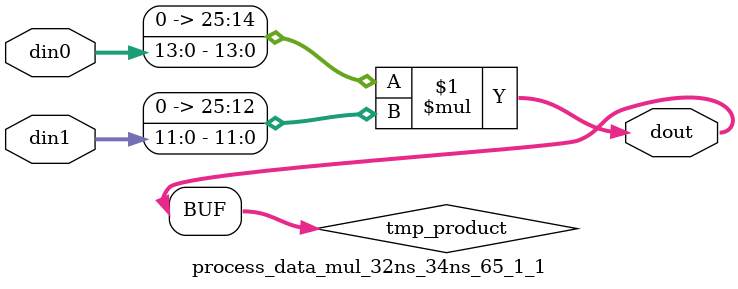
<source format=v>

`timescale 1 ns / 1 ps

  module process_data_mul_32ns_34ns_65_1_1(din0, din1, dout);
parameter ID = 1;
parameter NUM_STAGE = 0;
parameter din0_WIDTH = 14;
parameter din1_WIDTH = 12;
parameter dout_WIDTH = 26;

input [din0_WIDTH - 1 : 0] din0; 
input [din1_WIDTH - 1 : 0] din1; 
output [dout_WIDTH - 1 : 0] dout;

wire signed [dout_WIDTH - 1 : 0] tmp_product;










assign tmp_product = $signed({1'b0, din0}) * $signed({1'b0, din1});











assign dout = tmp_product;







endmodule

</source>
